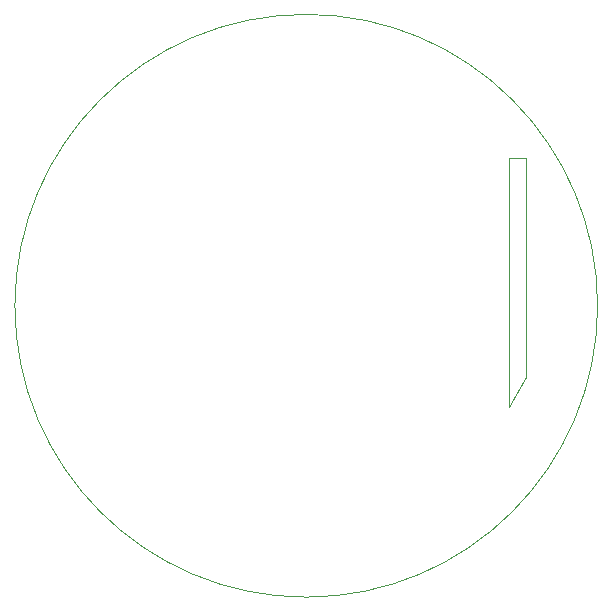
<source format=gm1>
G04 #@! TF.GenerationSoftware,KiCad,Pcbnew,5.1.7-a382d34a8~88~ubuntu18.04.1*
G04 #@! TF.CreationDate,2021-05-20T00:29:44+02:00*
G04 #@! TF.ProjectId,Emersense_V1,456d6572-7365-46e7-9365-5f56312e6b69,rev?*
G04 #@! TF.SameCoordinates,Original*
G04 #@! TF.FileFunction,Profile,NP*
%FSLAX46Y46*%
G04 Gerber Fmt 4.6, Leading zero omitted, Abs format (unit mm)*
G04 Created by KiCad (PCBNEW 5.1.7-a382d34a8~88~ubuntu18.04.1) date 2021-05-20 00:29:44*
%MOMM*%
%LPD*%
G01*
G04 APERTURE LIST*
G04 #@! TA.AperFunction,Profile*
%ADD10C,0.050000*%
G04 #@! TD*
G04 APERTURE END LIST*
D10*
X146304000Y-103949500D02*
X146748500Y-103187500D01*
X146304000Y-82931000D02*
X146304000Y-103949500D01*
X147764500Y-82931000D02*
X146304000Y-82931000D01*
X147764500Y-101409500D02*
X147764500Y-82931000D01*
X146748500Y-103187500D02*
X147764500Y-101409500D01*
X153843353Y-95399860D02*
G75*
G03*
X153843353Y-95399860I-24669113J0D01*
G01*
M02*

</source>
